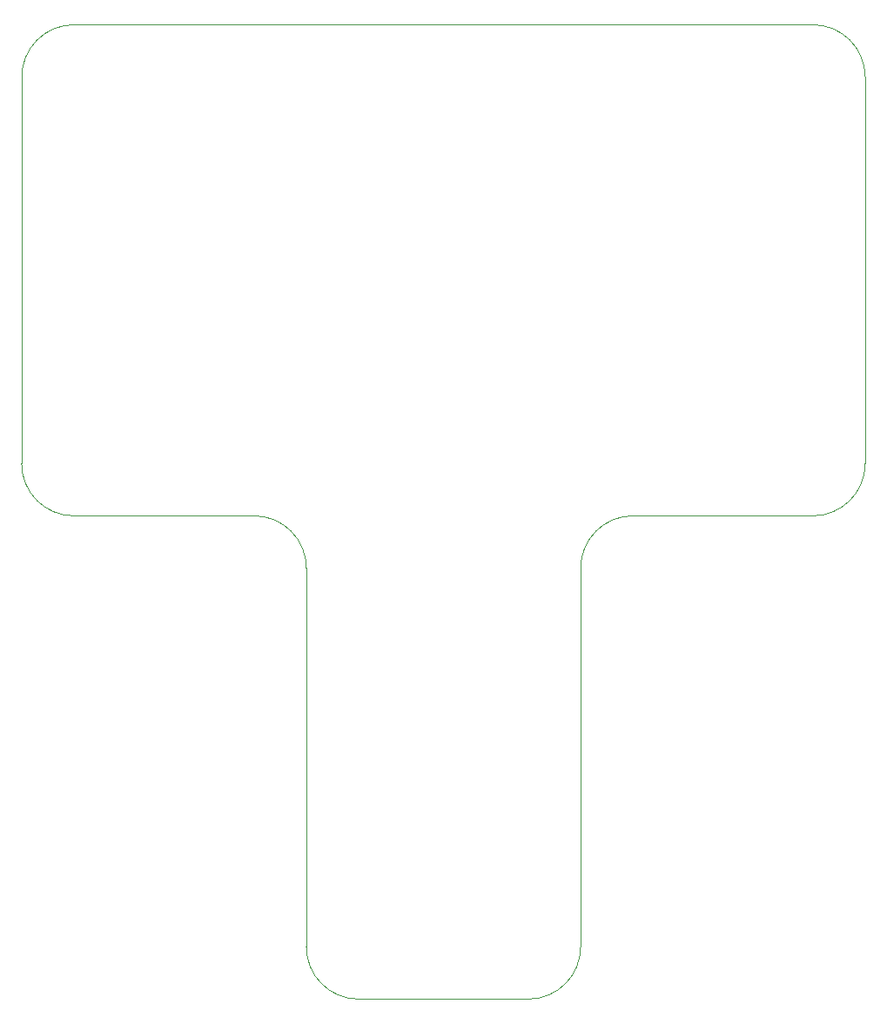
<source format=gm1>
%TF.GenerationSoftware,KiCad,Pcbnew,9.0.7-9.0.7~ubuntu24.04.1*%
%TF.CreationDate,2026-01-16T09:22:40+02:00*%
%TF.ProjectId,LCD Display,4c434420-4469-4737-906c-61792e6b6963,V1*%
%TF.SameCoordinates,Original*%
%TF.FileFunction,Profile,NP*%
%FSLAX46Y46*%
G04 Gerber Fmt 4.6, Leading zero omitted, Abs format (unit mm)*
G04 Created by KiCad (PCBNEW 9.0.7-9.0.7~ubuntu24.04.1) date 2026-01-16 09:22:40*
%MOMM*%
%LPD*%
G01*
G04 APERTURE LIST*
%TA.AperFunction,Profile*%
%ADD10C,0.100000*%
%TD*%
G04 APERTURE END LIST*
D10*
X24776971Y-38734599D02*
G75*
G02*
X19696971Y-43814601I-5080021J19D01*
G01*
X-29585015Y45847000D02*
G75*
G02*
X-24505015Y50927000I5079990J10D01*
G01*
X47371000Y50927000D02*
G75*
G02*
X52451000Y45847000I100J-5079900D01*
G01*
X52451000Y8255000D02*
G75*
G02*
X47371000Y3175000I-5080000J0D01*
G01*
X-24516986Y3174599D02*
X-6979015Y3174198D01*
X29856971Y3175000D02*
X47371000Y3175000D01*
X-6979015Y3174198D02*
G75*
G02*
X-1899015Y-1905802I24J-5079976D01*
G01*
X3175000Y-43815000D02*
G75*
G02*
X-1905000Y-38735000I100J5080100D01*
G01*
X24776999Y-1905000D02*
G75*
G02*
X29856971Y3175001I5080001J0D01*
G01*
X19696971Y-43814599D02*
X3175000Y-43815000D01*
X24776971Y-38734599D02*
X24776971Y-1905000D01*
X47371000Y50927000D02*
X-24505015Y50927000D01*
X52451000Y45847000D02*
X52451000Y8255000D01*
X-1899015Y-1905802D02*
X-1905000Y-38735000D01*
X-29585015Y45847000D02*
X-29596986Y8254600D01*
X-24516986Y3174599D02*
G75*
G02*
X-29596986Y8254600I75J5080075D01*
G01*
M02*

</source>
